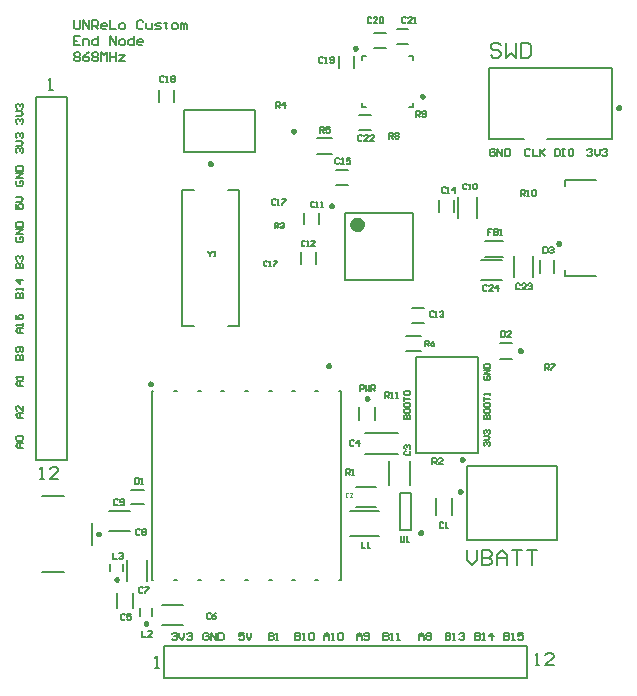
<source format=gto>
%FSTAX23Y23*%
%MOIN*%
%SFA1B1*%

%IPPOS*%
%ADD10C,0.010000*%
%ADD11C,0.009843*%
%ADD12C,0.023622*%
%ADD13C,0.007874*%
%ADD14C,0.005000*%
%ADD15C,0.002756*%
%ADD16C,0.007000*%
%ADD17C,0.008000*%
%ADD18C,0.006000*%
%LNunrelo_end_node_pcb-1*%
%LPD*%
G54D10*
X-00542Y-00125D02*
D01*
X-00542Y-00125*
X-00542Y-00125*
X-00542Y-00124*
X-00542Y-00124*
X-00542Y-00124*
X-00542Y-00123*
X-00542Y-00123*
X-00543Y-00123*
X-00543Y-00123*
X-00543Y-00122*
X-00543Y-00122*
X-00543Y-00122*
X-00544Y-00122*
X-00544Y-00121*
X-00544Y-00121*
X-00545Y-00121*
X-00545Y-00121*
X-00545Y-00121*
X-00546Y-00121*
X-00546Y-00121*
X-00546Y-00121*
X-00547Y-0012*
X-00547*
X-00547Y-00121*
X-00548Y-00121*
X-00548Y-00121*
X-00548Y-00121*
X-00549Y-00121*
X-00549Y-00121*
X-00549Y-00121*
X-0055Y-00121*
X-0055Y-00122*
X-0055Y-00122*
X-0055Y-00122*
X-00551Y-00122*
X-00551Y-00123*
X-00551Y-00123*
X-00551Y-00123*
X-00551Y-00123*
X-00551Y-00124*
X-00552Y-00124*
X-00552Y-00124*
X-00552Y-00125*
X-00552Y-00125*
X-00552Y-00125*
X-00552Y-00126*
X-00552Y-00126*
X-00552Y-00127*
X-00552Y-00127*
X-00551Y-00127*
X-00551Y-00128*
X-00551Y-00128*
X-00551Y-00128*
X-00551Y-00128*
X-00551Y-00129*
X-0055Y-00129*
X-0055Y-00129*
X-0055Y-00129*
X-0055Y-0013*
X-00549Y-0013*
X-00549Y-0013*
X-00549Y-0013*
X-00548Y-0013*
X-00548Y-0013*
X-00548Y-0013*
X-00547Y-0013*
X-00547Y-0013*
X-00547*
X-00546Y-0013*
X-00546Y-0013*
X-00546Y-0013*
X-00545Y-0013*
X-00545Y-0013*
X-00545Y-0013*
X-00544Y-0013*
X-00544Y-0013*
X-00544Y-00129*
X-00543Y-00129*
X-00543Y-00129*
X-00543Y-00129*
X-00543Y-00128*
X-00543Y-00128*
X-00542Y-00128*
X-00542Y-00128*
X-00542Y-00127*
X-00542Y-00127*
X-00542Y-00127*
X-00542Y-00126*
X-00542Y-00126*
X-00542Y-00125*
X-00341Y0061D02*
D01*
X-00341Y0061*
X-00341Y0061*
X-00341Y00611*
X-00341Y00611*
X-00341Y00611*
X-00341Y00612*
X-00342Y00612*
X-00342Y00612*
X-00342Y00613*
X-00342Y00613*
X-00342Y00613*
X-00343Y00613*
X-00343Y00614*
X-00343Y00614*
X-00343Y00614*
X-00344Y00614*
X-00344Y00614*
X-00344Y00614*
X-00345Y00615*
X-00345Y00615*
X-00345Y00615*
X-00346Y00615*
X-00346*
X-00346Y00615*
X-00347Y00615*
X-00347Y00615*
X-00348Y00614*
X-00348Y00614*
X-00348Y00614*
X-00348Y00614*
X-00349Y00614*
X-00349Y00614*
X-00349Y00613*
X-0035Y00613*
X-0035Y00613*
X-0035Y00613*
X-0035Y00612*
X-0035Y00612*
X-00351Y00612*
X-00351Y00611*
X-00351Y00611*
X-00351Y00611*
X-00351Y0061*
X-00351Y0061*
X-00351Y0061*
X-00351Y00609*
X-00351Y00609*
X-00351Y00609*
X-00351Y00608*
X-00351Y00608*
X-00351Y00608*
X-0035Y00607*
X-0035Y00607*
X-0035Y00607*
X-0035Y00607*
X-0035Y00606*
X-00349Y00606*
X-00349Y00606*
X-00349Y00606*
X-00348Y00605*
X-00348Y00605*
X-00348Y00605*
X-00348Y00605*
X-00347Y00605*
X-00347Y00605*
X-00346Y00605*
X-00346Y00605*
X-00346*
X-00345Y00605*
X-00345Y00605*
X-00345Y00605*
X-00344Y00605*
X-00344Y00605*
X-00344Y00605*
X-00343Y00605*
X-00343Y00606*
X-00343Y00606*
X-00343Y00606*
X-00342Y00606*
X-00342Y00607*
X-00342Y00607*
X-00342Y00607*
X-00342Y00607*
X-00341Y00608*
X-00341Y00608*
X-00341Y00608*
X-00341Y00609*
X-00341Y00609*
X-00341Y00609*
X-00341Y0061*
X00142Y00994D02*
D01*
X00142Y00994*
X00142Y00994*
X00142Y00995*
X00142Y00995*
X00142Y00995*
X00142Y00996*
X00142Y00996*
X00142Y00996*
X00141Y00997*
X00141Y00997*
X00141Y00997*
X00141Y00997*
X00141Y00998*
X0014Y00998*
X0014Y00998*
X0014Y00998*
X00139Y00998*
X00139Y00998*
X00139Y00998*
X00138Y00999*
X00138Y00999*
X00138Y00999*
X00137*
X00137Y00999*
X00137Y00999*
X00136Y00998*
X00136Y00998*
X00136Y00998*
X00135Y00998*
X00135Y00998*
X00135Y00998*
X00134Y00998*
X00134Y00997*
X00134Y00997*
X00134Y00997*
X00133Y00997*
X00133Y00996*
X00133Y00996*
X00133Y00996*
X00133Y00995*
X00133Y00995*
X00133Y00995*
X00133Y00994*
X00132Y00994*
X00132Y00994*
X00132Y00993*
X00133Y00993*
X00133Y00993*
X00133Y00992*
X00133Y00992*
X00133Y00992*
X00133Y00991*
X00133Y00991*
X00133Y00991*
X00134Y0099*
X00134Y0099*
X00134Y0099*
X00134Y0099*
X00135Y00989*
X00135Y00989*
X00135Y00989*
X00136Y00989*
X00136Y00989*
X00136Y00989*
X00137Y00989*
X00137Y00989*
X00137Y00989*
X00138*
X00138Y00989*
X00138Y00989*
X00139Y00989*
X00139Y00989*
X00139Y00989*
X0014Y00989*
X0014Y00989*
X0014Y00989*
X00141Y0099*
X00141Y0099*
X00141Y0099*
X00141Y0099*
X00141Y00991*
X00142Y00991*
X00142Y00991*
X00142Y00992*
X00142Y00992*
X00142Y00992*
X00142Y00993*
X00142Y00993*
X00142Y00993*
X00142Y00994*
G54D11*
X00054Y-00064D02*
D01*
X00054Y-00064*
X00054Y-00064*
X00054Y-00063*
X00053Y-00063*
X00053Y-00063*
X00053Y-00062*
X00053Y-00062*
X00053Y-00062*
X00053Y-00062*
X00052Y-00061*
X00052Y-00061*
X00052Y-00061*
X00052Y-00061*
X00051Y-0006*
X00051Y-0006*
X00051Y-0006*
X00051Y-0006*
X0005Y-0006*
X0005Y-0006*
X0005Y-0006*
X00049Y-0006*
X00049Y-0006*
X00049*
X00048Y-0006*
X00048Y-0006*
X00048Y-0006*
X00047Y-0006*
X00047Y-0006*
X00047Y-0006*
X00046Y-0006*
X00046Y-0006*
X00046Y-00061*
X00045Y-00061*
X00045Y-00061*
X00045Y-00061*
X00045Y-00062*
X00045Y-00062*
X00044Y-00062*
X00044Y-00062*
X00044Y-00063*
X00044Y-00063*
X00044Y-00063*
X00044Y-00064*
X00044Y-00064*
X00044Y-00064*
X00044Y-00065*
X00044Y-00065*
X00044Y-00065*
X00044Y-00066*
X00044Y-00066*
X00044Y-00066*
X00044Y-00067*
X00045Y-00067*
X00045Y-00067*
X00045Y-00068*
X00045Y-00068*
X00045Y-00068*
X00046Y-00068*
X00046Y-00069*
X00046Y-00069*
X00047Y-00069*
X00047Y-00069*
X00047Y-00069*
X00048Y-00069*
X00048Y-00069*
X00048Y-00069*
X00049Y-00069*
X00049*
X00049Y-00069*
X0005Y-00069*
X0005Y-00069*
X0005Y-00069*
X00051Y-00069*
X00051Y-00069*
X00051Y-00069*
X00051Y-00069*
X00052Y-00068*
X00052Y-00068*
X00052Y-00068*
X00052Y-00068*
X00053Y-00067*
X00053Y-00067*
X00053Y-00067*
X00053Y-00066*
X00053Y-00066*
X00053Y-00066*
X00054Y-00065*
X00054Y-00065*
X00054Y-00065*
X00054Y-00064*
X00365Y00834D02*
D01*
X00365Y00834*
X00365Y00835*
X00365Y00835*
X00364Y00836*
X00364Y00836*
X00364Y00836*
X00364Y00836*
X00364Y00837*
X00364Y00837*
X00364Y00837*
X00363Y00838*
X00363Y00838*
X00363Y00838*
X00362Y00838*
X00362Y00838*
X00362Y00839*
X00362Y00839*
X00361Y00839*
X00361Y00839*
X00361Y00839*
X0036Y00839*
X0036Y00839*
X0036*
X00359Y00839*
X00359Y00839*
X00359Y00839*
X00358Y00839*
X00358Y00839*
X00358Y00839*
X00357Y00838*
X00357Y00838*
X00357Y00838*
X00356Y00838*
X00356Y00838*
X00356Y00837*
X00356Y00837*
X00356Y00837*
X00355Y00836*
X00355Y00836*
X00355Y00836*
X00355Y00836*
X00355Y00835*
X00355Y00835*
X00355Y00834*
X00355Y00834*
X00355Y00834*
X00355Y00833*
X00355Y00833*
X00355Y00833*
X00355Y00832*
X00355Y00832*
X00355Y00832*
X00356Y00832*
X00356Y00831*
X00356Y00831*
X00356Y00831*
X00356Y0083*
X00357Y0083*
X00357Y0083*
X00357Y0083*
X00358Y0083*
X00358Y0083*
X00358Y00829*
X00359Y00829*
X00359Y00829*
X00359Y00829*
X0036Y00829*
X0036*
X0036Y00829*
X00361Y00829*
X00361Y00829*
X00361Y00829*
X00362Y0083*
X00362Y0083*
X00362Y0083*
X00362Y0083*
X00363Y0083*
X00363Y0083*
X00363Y00831*
X00364Y00831*
X00364Y00831*
X00364Y00832*
X00364Y00832*
X00364Y00832*
X00364Y00832*
X00364Y00833*
X00365Y00833*
X00365Y00833*
X00365Y00834*
X00365Y00834*
X00062Y00469D02*
D01*
X00062Y00469*
X00062Y0047*
X00062Y0047*
X00062Y0047*
X00062Y00471*
X00062Y00471*
X00062Y00471*
X00062Y00472*
X00062Y00472*
X00061Y00472*
X00061Y00472*
X00061Y00473*
X00061Y00473*
X0006Y00473*
X0006Y00473*
X0006Y00473*
X00059Y00474*
X00059Y00474*
X00059Y00474*
X00058Y00474*
X00058Y00474*
X00058Y00474*
X00057*
X00057Y00474*
X00057Y00474*
X00056Y00474*
X00056Y00474*
X00056Y00474*
X00055Y00473*
X00055Y00473*
X00055Y00473*
X00055Y00473*
X00054Y00473*
X00054Y00472*
X00054Y00472*
X00054Y00472*
X00053Y00472*
X00053Y00471*
X00053Y00471*
X00053Y00471*
X00053Y0047*
X00053Y0047*
X00053Y0047*
X00053Y00469*
X00053Y00469*
X00053Y00469*
X00053Y00468*
X00053Y00468*
X00053Y00468*
X00053Y00467*
X00053Y00467*
X00053Y00467*
X00053Y00466*
X00054Y00466*
X00054Y00466*
X00054Y00466*
X00054Y00465*
X00055Y00465*
X00055Y00465*
X00055Y00465*
X00055Y00465*
X00056Y00464*
X00056Y00464*
X00056Y00464*
X00057Y00464*
X00057Y00464*
X00057Y00464*
X00058*
X00058Y00464*
X00058Y00464*
X00059Y00464*
X00059Y00464*
X00059Y00464*
X0006Y00465*
X0006Y00465*
X0006Y00465*
X00061Y00465*
X00061Y00465*
X00061Y00466*
X00061Y00466*
X00062Y00466*
X00062Y00466*
X00062Y00467*
X00062Y00467*
X00062Y00467*
X00062Y00468*
X00062Y00468*
X00062Y00468*
X00062Y00469*
X00062Y00469*
X00492Y-00483D02*
D01*
X00492Y-00482*
X00492Y-00482*
X00492Y-00482*
X00491Y-00481*
X00491Y-00481*
X00491Y-00481*
X00491Y-0048*
X00491Y-0048*
X00491Y-0048*
X0049Y-0048*
X0049Y-00479*
X0049Y-00479*
X0049Y-00479*
X00489Y-00479*
X00489Y-00479*
X00489Y-00478*
X00489Y-00478*
X00488Y-00478*
X00488Y-00478*
X00488Y-00478*
X00487Y-00478*
X00487Y-00478*
X00487*
X00486Y-00478*
X00486Y-00478*
X00486Y-00478*
X00485Y-00478*
X00485Y-00478*
X00485Y-00478*
X00484Y-00479*
X00484Y-00479*
X00484Y-00479*
X00483Y-00479*
X00483Y-00479*
X00483Y-0048*
X00483Y-0048*
X00483Y-0048*
X00482Y-0048*
X00482Y-00481*
X00482Y-00481*
X00482Y-00481*
X00482Y-00482*
X00482Y-00482*
X00482Y-00482*
X00482Y-00483*
X00482Y-00483*
X00482Y-00483*
X00482Y-00484*
X00482Y-00484*
X00482Y-00484*
X00482Y-00485*
X00482Y-00485*
X00483Y-00485*
X00483Y-00486*
X00483Y-00486*
X00483Y-00486*
X00483Y-00486*
X00484Y-00487*
X00484Y-00487*
X00484Y-00487*
X00485Y-00487*
X00485Y-00487*
X00485Y-00487*
X00486Y-00488*
X00486Y-00488*
X00486Y-00488*
X00487Y-00488*
X00487*
X00487Y-00488*
X00488Y-00488*
X00488Y-00488*
X00488Y-00487*
X00489Y-00487*
X00489Y-00487*
X00489Y-00487*
X00489Y-00487*
X0049Y-00487*
X0049Y-00486*
X0049Y-00486*
X0049Y-00486*
X00491Y-00486*
X00491Y-00485*
X00491Y-00485*
X00491Y-00485*
X00491Y-00484*
X00491Y-00484*
X00492Y-00484*
X00492Y-00483*
X00492Y-00483*
X00492Y-00483*
X0082Y00343D02*
D01*
X0082Y00343*
X0082Y00344*
X0082Y00344*
X0082Y00344*
X00819Y00345*
X00819Y00345*
X00819Y00345*
X00819Y00346*
X00819Y00346*
X00819Y00346*
X00818Y00346*
X00818Y00347*
X00818Y00347*
X00818Y00347*
X00817Y00347*
X00817Y00347*
X00817Y00348*
X00816Y00348*
X00816Y00348*
X00816Y00348*
X00815Y00348*
X00815Y00348*
X00815*
X00814Y00348*
X00814Y00348*
X00814Y00348*
X00813Y00348*
X00813Y00348*
X00813Y00347*
X00812Y00347*
X00812Y00347*
X00812Y00347*
X00812Y00347*
X00811Y00346*
X00811Y00346*
X00811Y00346*
X00811Y00346*
X00811Y00345*
X0081Y00345*
X0081Y00345*
X0081Y00344*
X0081Y00344*
X0081Y00344*
X0081Y00343*
X0081Y00343*
X0081Y00343*
X0081Y00342*
X0081Y00342*
X0081Y00342*
X0081Y00341*
X0081Y00341*
X00811Y00341*
X00811Y0034*
X00811Y0034*
X00811Y0034*
X00811Y0034*
X00812Y00339*
X00812Y00339*
X00812Y00339*
X00812Y00339*
X00813Y00339*
X00813Y00338*
X00813Y00338*
X00814Y00338*
X00814Y00338*
X00814Y00338*
X00815Y00338*
X00815*
X00815Y00338*
X00816Y00338*
X00816Y00338*
X00816Y00338*
X00817Y00338*
X00817Y00339*
X00817Y00339*
X00818Y00339*
X00818Y00339*
X00818Y00339*
X00818Y0034*
X00819Y0034*
X00819Y0034*
X00819Y0034*
X00819Y00341*
X00819Y00341*
X00819Y00341*
X0082Y00342*
X0082Y00342*
X0082Y00342*
X0082Y00343*
X0082Y00343*
X00498Y-00377D02*
D01*
X00498Y-00377*
X00498Y-00377*
X00498Y-00376*
X00498Y-00376*
X00498Y-00376*
X00498Y-00375*
X00498Y-00375*
X00497Y-00375*
X00497Y-00374*
X00497Y-00374*
X00497Y-00374*
X00496Y-00374*
X00496Y-00373*
X00496Y-00373*
X00496Y-00373*
X00495Y-00373*
X00495Y-00373*
X00495Y-00373*
X00494Y-00372*
X00494Y-00372*
X00494Y-00372*
X00493Y-00372*
X00493*
X00493Y-00372*
X00492Y-00372*
X00492Y-00372*
X00492Y-00373*
X00491Y-00373*
X00491Y-00373*
X00491Y-00373*
X0049Y-00373*
X0049Y-00373*
X0049Y-00374*
X0049Y-00374*
X00489Y-00374*
X00489Y-00374*
X00489Y-00375*
X00489Y-00375*
X00489Y-00375*
X00489Y-00376*
X00488Y-00376*
X00488Y-00376*
X00488Y-00377*
X00488Y-00377*
X00488Y-00377*
X00488Y-00378*
X00488Y-00378*
X00488Y-00378*
X00488Y-00379*
X00489Y-00379*
X00489Y-00379*
X00489Y-0038*
X00489Y-0038*
X00489Y-0038*
X00489Y-0038*
X0049Y-00381*
X0049Y-00381*
X0049Y-00381*
X0049Y-00381*
X00491Y-00382*
X00491Y-00382*
X00491Y-00382*
X00492Y-00382*
X00492Y-00382*
X00492Y-00382*
X00493Y-00382*
X00493Y-00382*
X00493*
X00494Y-00382*
X00494Y-00382*
X00494Y-00382*
X00495Y-00382*
X00495Y-00382*
X00495Y-00382*
X00496Y-00382*
X00496Y-00381*
X00496Y-00381*
X00496Y-00381*
X00497Y-00381*
X00497Y-0038*
X00497Y-0038*
X00497Y-0038*
X00498Y-0038*
X00498Y-00379*
X00498Y-00379*
X00498Y-00379*
X00498Y-00378*
X00498Y-00378*
X00498Y-00378*
X00498Y-00377*
X00692Y-00014D02*
D01*
X00692Y-00014*
X00692Y-00014*
X00692Y-00013*
X00692Y-00013*
X00692Y-00013*
X00692Y-00012*
X00692Y-00012*
X00692Y-00012*
X00691Y-00011*
X00691Y-00011*
X00691Y-00011*
X00691Y-00011*
X00691Y-0001*
X0069Y-0001*
X0069Y-0001*
X0069Y-0001*
X00689Y-0001*
X00689Y-0001*
X00689Y-00009*
X00688Y-00009*
X00688Y-00009*
X00688Y-00009*
X00687*
X00687Y-00009*
X00687Y-00009*
X00686Y-00009*
X00686Y-0001*
X00686Y-0001*
X00685Y-0001*
X00685Y-0001*
X00685Y-0001*
X00684Y-0001*
X00684Y-00011*
X00684Y-00011*
X00684Y-00011*
X00684Y-00011*
X00683Y-00012*
X00683Y-00012*
X00683Y-00012*
X00683Y-00013*
X00683Y-00013*
X00683Y-00013*
X00683Y-00014*
X00683Y-00014*
X00683Y-00014*
X00683Y-00015*
X00683Y-00015*
X00683Y-00015*
X00683Y-00016*
X00683Y-00016*
X00683Y-00016*
X00683Y-00017*
X00683Y-00017*
X00684Y-00017*
X00684Y-00017*
X00684Y-00018*
X00684Y-00018*
X00684Y-00018*
X00685Y-00018*
X00685Y-00019*
X00685Y-00019*
X00686Y-00019*
X00686Y-00019*
X00686Y-00019*
X00687Y-00019*
X00687Y-00019*
X00687Y-00019*
X00688*
X00688Y-00019*
X00688Y-00019*
X00689Y-00019*
X00689Y-00019*
X00689Y-00019*
X0069Y-00019*
X0069Y-00019*
X0069Y-00018*
X00691Y-00018*
X00691Y-00018*
X00691Y-00018*
X00691Y-00017*
X00691Y-00017*
X00692Y-00017*
X00692Y-00017*
X00692Y-00016*
X00692Y-00016*
X00692Y-00016*
X00692Y-00015*
X00692Y-00015*
X00692Y-00015*
X00692Y-00014*
X-00064Y00718D02*
D01*
X-00064Y00718*
X-00064Y00719*
X-00064Y00719*
X-00064Y00719*
X-00064Y0072*
X-00064Y0072*
X-00064Y0072*
X-00064Y00721*
X-00065Y00721*
X-00065Y00721*
X-00065Y00721*
X-00065Y00722*
X-00066Y00722*
X-00066Y00722*
X-00066Y00722*
X-00066Y00722*
X-00067Y00723*
X-00067Y00723*
X-00067Y00723*
X-00068Y00723*
X-00068Y00723*
X-00068Y00723*
X-00069*
X-00069Y00723*
X-00069Y00723*
X-0007Y00723*
X-0007Y00723*
X-0007Y00723*
X-00071Y00722*
X-00071Y00722*
X-00071Y00722*
X-00072Y00722*
X-00072Y00722*
X-00072Y00721*
X-00072Y00721*
X-00073Y00721*
X-00073Y00721*
X-00073Y0072*
X-00073Y0072*
X-00073Y0072*
X-00073Y00719*
X-00073Y00719*
X-00073Y00719*
X-00074Y00718*
X-00074Y00718*
X-00074Y00718*
X-00073Y00717*
X-00073Y00717*
X-00073Y00717*
X-00073Y00716*
X-00073Y00716*
X-00073Y00716*
X-00073Y00715*
X-00073Y00715*
X-00072Y00715*
X-00072Y00715*
X-00072Y00714*
X-00072Y00714*
X-00071Y00714*
X-00071Y00714*
X-00071Y00714*
X-0007Y00713*
X-0007Y00713*
X-0007Y00713*
X-00069Y00713*
X-00069Y00713*
X-00069Y00713*
X-00068*
X-00068Y00713*
X-00068Y00713*
X-00067Y00713*
X-00067Y00713*
X-00067Y00713*
X-00066Y00714*
X-00066Y00714*
X-00066Y00714*
X-00066Y00714*
X-00065Y00714*
X-00065Y00715*
X-00065Y00715*
X-00065Y00715*
X-00064Y00715*
X-00064Y00716*
X-00064Y00716*
X-00064Y00716*
X-00064Y00717*
X-00064Y00717*
X-00064Y00717*
X-00064Y00718*
X-00064Y00718*
X-00654Y-00777D02*
D01*
X-00654Y-00777*
X-00654Y-00776*
X-00654Y-00776*
X-00654Y-00776*
X-00654Y-00775*
X-00654Y-00775*
X-00655Y-00775*
X-00655Y-00774*
X-00655Y-00774*
X-00655Y-00774*
X-00655Y-00774*
X-00656Y-00773*
X-00656Y-00773*
X-00656Y-00773*
X-00656Y-00773*
X-00657Y-00773*
X-00657Y-00772*
X-00657Y-00772*
X-00658Y-00772*
X-00658Y-00772*
X-00658Y-00772*
X-00659Y-00772*
X-00659*
X-00659Y-00772*
X-0066Y-00772*
X-0066Y-00772*
X-0066Y-00772*
X-00661Y-00772*
X-00661Y-00773*
X-00661Y-00773*
X-00662Y-00773*
X-00662Y-00773*
X-00662Y-00773*
X-00662Y-00774*
X-00663Y-00774*
X-00663Y-00774*
X-00663Y-00774*
X-00663Y-00775*
X-00663Y-00775*
X-00664Y-00775*
X-00664Y-00776*
X-00664Y-00776*
X-00664Y-00776*
X-00664Y-00777*
X-00664Y-00777*
X-00664Y-00777*
X-00664Y-00778*
X-00664Y-00778*
X-00664Y-00778*
X-00664Y-00779*
X-00663Y-00779*
X-00663Y-00779*
X-00663Y-0078*
X-00663Y-0078*
X-00663Y-0078*
X-00662Y-0078*
X-00662Y-00781*
X-00662Y-00781*
X-00662Y-00781*
X-00661Y-00781*
X-00661Y-00781*
X-00661Y-00782*
X-0066Y-00782*
X-0066Y-00782*
X-0066Y-00782*
X-00659Y-00782*
X-00659Y-00782*
X-00659*
X-00658Y-00782*
X-00658Y-00782*
X-00658Y-00782*
X-00657Y-00782*
X-00657Y-00782*
X-00657Y-00781*
X-00656Y-00781*
X-00656Y-00781*
X-00656Y-00781*
X-00656Y-00781*
X-00655Y-0078*
X-00655Y-0078*
X-00655Y-0078*
X-00655Y-0078*
X-00655Y-00779*
X-00654Y-00779*
X-00654Y-00779*
X-00654Y-00778*
X-00654Y-00778*
X-00654Y-00778*
X-00654Y-00777*
X-00654Y-00777*
X-00556Y-00925D02*
D01*
X-00556Y-00924*
X-00556Y-00924*
X-00556Y-00924*
X-00556Y-00923*
X-00556Y-00923*
X-00556Y-00923*
X-00556Y-00922*
X-00556Y-00922*
X-00557Y-00922*
X-00557Y-00922*
X-00557Y-00921*
X-00557Y-00921*
X-00557Y-00921*
X-00558Y-00921*
X-00558Y-0092*
X-00558Y-0092*
X-00559Y-0092*
X-00559Y-0092*
X-00559Y-0092*
X-0056Y-0092*
X-0056Y-0092*
X-0056Y-0092*
X-00561*
X-00561Y-0092*
X-00561Y-0092*
X-00562Y-0092*
X-00562Y-0092*
X-00562Y-0092*
X-00563Y-0092*
X-00563Y-0092*
X-00563Y-00921*
X-00564Y-00921*
X-00564Y-00921*
X-00564Y-00921*
X-00564Y-00922*
X-00565Y-00922*
X-00565Y-00922*
X-00565Y-00922*
X-00565Y-00923*
X-00565Y-00923*
X-00565Y-00923*
X-00565Y-00924*
X-00565Y-00924*
X-00565Y-00924*
X-00565Y-00925*
X-00565Y-00925*
X-00565Y-00925*
X-00565Y-00926*
X-00565Y-00926*
X-00565Y-00926*
X-00565Y-00927*
X-00565Y-00927*
X-00565Y-00927*
X-00565Y-00928*
X-00564Y-00928*
X-00564Y-00928*
X-00564Y-00928*
X-00564Y-00929*
X-00563Y-00929*
X-00563Y-00929*
X-00563Y-00929*
X-00562Y-00929*
X-00562Y-00929*
X-00562Y-00929*
X-00561Y-0093*
X-00561Y-0093*
X-00561Y-0093*
X-0056*
X-0056Y-0093*
X-0056Y-0093*
X-00559Y-00929*
X-00559Y-00929*
X-00559Y-00929*
X-00558Y-00929*
X-00558Y-00929*
X-00558Y-00929*
X-00557Y-00929*
X-00557Y-00928*
X-00557Y-00928*
X-00557Y-00928*
X-00557Y-00928*
X-00556Y-00927*
X-00556Y-00927*
X-00556Y-00927*
X-00556Y-00926*
X-00556Y-00926*
X-00556Y-00926*
X-00556Y-00925*
X-00556Y-00925*
X-00556Y-00925*
X0036Y-00621D02*
D01*
X0036Y-0062*
X0036Y-0062*
X0036Y-0062*
X0036Y-00619*
X00359Y-00619*
X00359Y-00619*
X00359Y-00618*
X00359Y-00618*
X00359Y-00618*
X00359Y-00617*
X00358Y-00617*
X00358Y-00617*
X00358Y-00617*
X00358Y-00616*
X00357Y-00616*
X00357Y-00616*
X00357Y-00616*
X00356Y-00616*
X00356Y-00616*
X00356Y-00616*
X00355Y-00616*
X00355Y-00616*
X00355*
X00354Y-00616*
X00354Y-00616*
X00354Y-00616*
X00353Y-00616*
X00353Y-00616*
X00353Y-00616*
X00352Y-00616*
X00352Y-00616*
X00352Y-00617*
X00352Y-00617*
X00351Y-00617*
X00351Y-00617*
X00351Y-00618*
X00351Y-00618*
X0035Y-00618*
X0035Y-00619*
X0035Y-00619*
X0035Y-00619*
X0035Y-0062*
X0035Y-0062*
X0035Y-0062*
X0035Y-00621*
X0035Y-00621*
X0035Y-00621*
X0035Y-00622*
X0035Y-00622*
X0035Y-00622*
X0035Y-00623*
X0035Y-00623*
X00351Y-00623*
X00351Y-00623*
X00351Y-00624*
X00351Y-00624*
X00352Y-00624*
X00352Y-00624*
X00352Y-00625*
X00352Y-00625*
X00353Y-00625*
X00353Y-00625*
X00353Y-00625*
X00354Y-00625*
X00354Y-00625*
X00354Y-00625*
X00355Y-00625*
X00355*
X00355Y-00625*
X00356Y-00625*
X00356Y-00625*
X00356Y-00625*
X00357Y-00625*
X00357Y-00625*
X00357Y-00625*
X00358Y-00625*
X00358Y-00624*
X00358Y-00624*
X00358Y-00624*
X00359Y-00624*
X00359Y-00623*
X00359Y-00623*
X00359Y-00623*
X00359Y-00623*
X00359Y-00622*
X0036Y-00622*
X0036Y-00622*
X0036Y-00621*
X0036Y-00621*
X0036Y-00621*
X00182Y-00175D02*
D01*
X00182Y-00174*
X00182Y-00174*
X00181Y-00174*
X00181Y-00173*
X00181Y-00173*
X00181Y-00173*
X00181Y-00172*
X00181Y-00172*
X00181Y-00172*
X0018Y-00172*
X0018Y-00171*
X0018Y-00171*
X0018Y-00171*
X00179Y-00171*
X00179Y-0017*
X00179Y-0017*
X00179Y-0017*
X00178Y-0017*
X00178Y-0017*
X00178Y-0017*
X00177Y-0017*
X00177Y-0017*
X00176*
X00176Y-0017*
X00176Y-0017*
X00175Y-0017*
X00175Y-0017*
X00175Y-0017*
X00175Y-0017*
X00174Y-0017*
X00174Y-00171*
X00174Y-00171*
X00173Y-00171*
X00173Y-00171*
X00173Y-00172*
X00173Y-00172*
X00172Y-00172*
X00172Y-00172*
X00172Y-00173*
X00172Y-00173*
X00172Y-00173*
X00172Y-00174*
X00172Y-00174*
X00172Y-00174*
X00172Y-00175*
X00172Y-00175*
X00172Y-00175*
X00172Y-00176*
X00172Y-00176*
X00172Y-00176*
X00172Y-00177*
X00172Y-00177*
X00172Y-00177*
X00173Y-00178*
X00173Y-00178*
X00173Y-00178*
X00173Y-00178*
X00174Y-00179*
X00174Y-00179*
X00174Y-00179*
X00175Y-00179*
X00175Y-00179*
X00175Y-00179*
X00175Y-00179*
X00176Y-0018*
X00176Y-0018*
X00176Y-0018*
X00177*
X00177Y-0018*
X00178Y-0018*
X00178Y-00179*
X00178Y-00179*
X00179Y-00179*
X00179Y-00179*
X00179Y-00179*
X00179Y-00179*
X0018Y-00179*
X0018Y-00178*
X0018Y-00178*
X0018Y-00178*
X00181Y-00178*
X00181Y-00177*
X00181Y-00177*
X00181Y-00177*
X00181Y-00176*
X00181Y-00176*
X00181Y-00176*
X00182Y-00175*
X00182Y-00175*
X00182Y-00175*
X01021Y00795D02*
D01*
X01021Y00796*
X01021Y00796*
X01021Y00796*
X01021Y00797*
X01021Y00797*
X01021Y00797*
X0102Y00797*
X0102Y00798*
X0102Y00798*
X0102Y00798*
X0102Y00799*
X01019Y00799*
X01019Y00799*
X01019Y00799*
X01018Y00799*
X01018Y008*
X01018Y008*
X01018Y008*
X01017Y008*
X01017Y008*
X01017Y008*
X01016Y008*
X01016*
X01016Y008*
X01015Y008*
X01015Y008*
X01015Y008*
X01014Y008*
X01014Y008*
X01014Y00799*
X01013Y00799*
X01013Y00799*
X01013Y00799*
X01012Y00799*
X01012Y00798*
X01012Y00798*
X01012Y00798*
X01012Y00797*
X01012Y00797*
X01011Y00797*
X01011Y00797*
X01011Y00796*
X01011Y00796*
X01011Y00796*
X01011Y00795*
X01011Y00795*
X01011Y00794*
X01011Y00794*
X01011Y00794*
X01011Y00793*
X01012Y00793*
X01012Y00793*
X01012Y00793*
X01012Y00792*
X01012Y00792*
X01012Y00792*
X01013Y00792*
X01013Y00791*
X01013Y00791*
X01014Y00791*
X01014Y00791*
X01014Y00791*
X01015Y0079*
X01015Y0079*
X01015Y0079*
X01016Y0079*
X01016Y0079*
X01016*
X01017Y0079*
X01017Y0079*
X01017Y0079*
X01018Y0079*
X01018Y00791*
X01018Y00791*
X01018Y00791*
X01019Y00791*
X01019Y00791*
X01019Y00792*
X0102Y00792*
X0102Y00792*
X0102Y00792*
X0102Y00793*
X0102Y00793*
X01021Y00793*
X01021Y00793*
X01021Y00794*
X01021Y00794*
X01021Y00794*
X01021Y00795*
X01021Y00795*
X-00715Y-00625D02*
D01*
X-00715Y-00625*
X-00715Y-00625*
X-00715Y-00624*
X-00715Y-00624*
X-00715Y-00624*
X-00715Y-00623*
X-00716Y-00623*
X-00716Y-00623*
X-00716Y-00623*
X-00716Y-00622*
X-00716Y-00622*
X-00717Y-00622*
X-00717Y-00622*
X-00717Y-00621*
X-00718Y-00621*
X-00718Y-00621*
X-00718Y-00621*
X-00718Y-00621*
X-00719Y-00621*
X-00719Y-00621*
X-00719Y-00621*
X-0072Y-00621*
X-0072*
X-0072Y-00621*
X-00721Y-00621*
X-00721Y-00621*
X-00721Y-00621*
X-00722Y-00621*
X-00722Y-00621*
X-00722Y-00621*
X-00723Y-00621*
X-00723Y-00622*
X-00723Y-00622*
X-00724Y-00622*
X-00724Y-00622*
X-00724Y-00623*
X-00724Y-00623*
X-00724Y-00623*
X-00724Y-00623*
X-00725Y-00624*
X-00725Y-00624*
X-00725Y-00624*
X-00725Y-00625*
X-00725Y-00625*
X-00725Y-00625*
X-00725Y-00626*
X-00725Y-00626*
X-00725Y-00627*
X-00725Y-00627*
X-00725Y-00627*
X-00724Y-00627*
X-00724Y-00628*
X-00724Y-00628*
X-00724Y-00628*
X-00724Y-00629*
X-00724Y-00629*
X-00723Y-00629*
X-00723Y-00629*
X-00723Y-0063*
X-00722Y-0063*
X-00722Y-0063*
X-00722Y-0063*
X-00721Y-0063*
X-00721Y-0063*
X-00721Y-0063*
X-0072Y-0063*
X-0072Y-0063*
X-0072*
X-00719Y-0063*
X-00719Y-0063*
X-00719Y-0063*
X-00718Y-0063*
X-00718Y-0063*
X-00718Y-0063*
X-00718Y-0063*
X-00717Y-0063*
X-00717Y-00629*
X-00717Y-00629*
X-00716Y-00629*
X-00716Y-00629*
X-00716Y-00628*
X-00716Y-00628*
X-00716Y-00628*
X-00715Y-00627*
X-00715Y-00627*
X-00715Y-00627*
X-00715Y-00627*
X-00715Y-00626*
X-00715Y-00626*
X-00715Y-00625*
G54D12*
X00155Y00407D02*
D01*
X00155Y00408*
X00155Y00409*
X00155Y00409*
X00155Y0041*
X00154Y00411*
X00154Y00412*
X00154Y00413*
X00153Y00413*
X00153Y00414*
X00152Y00415*
X00152Y00415*
X00151Y00416*
X0015Y00416*
X0015Y00417*
X00149Y00417*
X00148Y00418*
X00148Y00418*
X00147Y00418*
X00146Y00418*
X00145Y00419*
X00144Y00419*
X00144Y00419*
X00143*
X00142Y00419*
X00141Y00419*
X0014Y00418*
X0014Y00418*
X00139Y00418*
X00138Y00418*
X00137Y00417*
X00137Y00417*
X00136Y00416*
X00135Y00416*
X00135Y00415*
X00134Y00415*
X00134Y00414*
X00133Y00413*
X00133Y00413*
X00132Y00412*
X00132Y00411*
X00132Y0041*
X00132Y00409*
X00132Y00409*
X00131Y00408*
X00131Y00407*
X00131Y00406*
X00132Y00405*
X00132Y00405*
X00132Y00404*
X00132Y00403*
X00132Y00402*
X00133Y00401*
X00133Y00401*
X00134Y004*
X00134Y00399*
X00135Y00399*
X00135Y00398*
X00136Y00398*
X00137Y00397*
X00137Y00397*
X00138Y00396*
X00139Y00396*
X0014Y00396*
X0014Y00396*
X00141Y00395*
X00142Y00395*
X00143Y00395*
X00144*
X00144Y00395*
X00145Y00395*
X00146Y00396*
X00147Y00396*
X00148Y00396*
X00148Y00396*
X00149Y00397*
X0015Y00397*
X0015Y00398*
X00151Y00398*
X00152Y00399*
X00152Y00399*
X00153Y004*
X00153Y00401*
X00154Y00401*
X00154Y00402*
X00154Y00403*
X00155Y00404*
X00155Y00405*
X00155Y00405*
X00155Y00406*
X00155Y00407*
G54D13*
X00088Y-00777D02*
Y-00147D01*
X-00541Y-00777D02*
X-00536D01*
X-00467D02*
X-00457D01*
X-00388D02*
X-00378D01*
X-0031D02*
X-003D01*
X-00231D02*
X-00221D01*
X-00152D02*
X-00142D01*
X-00073D02*
X-00063D01*
X00004D02*
X00014D01*
X00083D02*
X00088D01*
X-00541D02*
Y-00147D01*
X-00536*
X-00467D02*
X-00457D01*
X-00388D02*
X-00378D01*
X-0031D02*
X-003D01*
X-00231D02*
X-00221D01*
X-00152D02*
X-00142D01*
X-00073D02*
X-00063D01*
X00004D02*
X00014D01*
X00083D02*
X00088D01*
X00326Y00127D02*
X00366D01*
X00326Y00077D02*
X00366D01*
X00328Y00799D02*
Y00812D01*
X00315Y00799D02*
X00328D01*
Y00955D02*
Y00968D01*
X00315D02*
X00328D01*
X00159D02*
X00172D01*
X00159Y00955D02*
Y00968D01*
Y00799D02*
Y00812D01*
Y00799D02*
X00172D01*
X00104Y00222D02*
Y00446D01*
X00328Y00222D02*
Y00446D01*
X00104D02*
X00328D01*
X00104Y00222D02*
X00328D01*
X00083Y00929D02*
Y00968D01*
X00133Y00929D02*
Y00968D01*
X00074Y00587D02*
X00114D01*
X00074Y00537D02*
X00114D01*
X0046Y-00563D02*
Y-00505D01*
X00406Y-00563D02*
Y-00505D01*
X00809Y-00645D02*
Y-00397D01*
X00509Y-00645D02*
X00809D01*
X00509D02*
Y-00397D01*
X00809*
X-00249Y00067D02*
Y00522D01*
X-00439Y00067D02*
X-004D01*
X-00288D02*
X-00249D01*
X-00439D02*
Y00522D01*
X-004*
X-00288D02*
X-00249D01*
X00835Y00236D02*
X0094D01*
X00835Y00554D02*
X0094D01*
X00835Y00536D02*
Y00554D01*
Y00236D02*
Y00254D01*
X-005Y-01106D02*
X00711D01*
X-005D02*
Y-01D01*
X00711*
Y-01106D02*
Y-01D01*
X00339Y-00355D02*
X00547D01*
Y-00035*
X00339D02*
X00547D01*
X00339Y-00355D02*
Y-00035D01*
X-00928Y-00379D02*
Y00832D01*
X-00823*
Y-00379D02*
Y00832D01*
X-00928Y-00379D02*
X-00823D01*
X00666Y00231D02*
Y003D01*
X00731Y00231D02*
Y003D01*
X00801Y00244D02*
Y00287D01*
X00753Y00244D02*
Y00287D01*
X00138Y-00468D02*
X00207D01*
X00138Y-00535D02*
X00207D01*
X00005Y00275D02*
Y00314D01*
X-00044Y00275D02*
Y00314D01*
X00618Y00011D02*
X00659D01*
X00618Y-00041D02*
X00659D01*
X00275Y01058D02*
X00314D01*
X00275Y01008D02*
X00314D01*
X-00034Y00407D02*
Y00446D01*
X00015Y00407D02*
Y00446D01*
X00198Y01046D02*
X00238D01*
X00198Y00996D02*
X00238D01*
X-00433Y00787D02*
X-00196D01*
X-00433Y00649D02*
Y00787D01*
X-00196Y00649D02*
Y00787D01*
X-00433Y00649D02*
X-00196D01*
X-00517Y00816D02*
Y00856D01*
X-00467Y00816D02*
Y00856D01*
X0001Y00642D02*
X0006D01*
X0001Y00695D02*
X0006D01*
X00151Y00773D02*
X0019D01*
X00151Y00723D02*
X0019D01*
X00479Y00428D02*
Y00497D01*
X00544Y00428D02*
Y00497D01*
X00417Y00448D02*
Y00488D01*
X00467Y00448D02*
Y00488D01*
X00571Y00297D02*
X00629D01*
X00571Y00351D02*
X00629D01*
X-00638Y-0075D02*
Y-00726D01*
X-0068Y-0075D02*
Y-00725D01*
X-00656Y-00871D02*
Y-00821D01*
X-00603Y-00871D02*
Y-00821D01*
X-00539Y-00898D02*
Y-00873D01*
X-00581Y-00898D02*
Y-00873D01*
X-00506Y-00862D02*
X-00437D01*
X-00506Y-00929D02*
X-00437D01*
X-00624Y-00782D02*
Y-00713D01*
X-00556Y-00782D02*
Y-00713D01*
X00118Y-00633D02*
X00215D01*
X00118Y-00547D02*
X00215D01*
X-00684Y-00547D02*
X-00615D01*
X-00684Y-00614D02*
X-00615D01*
X-00612Y-00478D02*
X-00568D01*
X-00612Y-00525D02*
X-00568D01*
X00556Y00223D02*
X00625D01*
X00556Y00288D02*
X00625D01*
X00305Y00036D02*
X00355D01*
X00305Y-00016D02*
X00355D01*
X00285Y-00612D02*
X00324D01*
X00285Y-0049D02*
X00324D01*
Y-00612D02*
Y-0049D01*
X00285Y-00612D02*
Y-0049D01*
X00251Y-00462D02*
Y-00383D01*
X00318Y-00462D02*
Y-00383D01*
X00203Y-00245D02*
Y-00203D01*
X0015Y-00245D02*
Y-00203D01*
X00171Y-00289D02*
X00281D01*
X00171Y-0036D02*
X00281D01*
X00583Y00929D02*
X00992D01*
Y00691D02*
Y00929D01*
X00583Y00691D02*
X00698D01*
X00777D02*
X00992D01*
X00583D02*
Y00929D01*
X-00907Y-00753D02*
X-00833D01*
X-00907Y-00498D02*
X-00833D01*
X-00742Y-00662D02*
Y-00588D01*
G54D14*
X00154Y-00148D02*
Y-0013D01*
X00163*
X00166Y-00133*
Y-00139*
X00163Y-00142*
X00154*
X00172Y-0013D02*
Y-00148D01*
X00178Y-00142*
X00184Y-00148*
Y-0013*
X0019Y-00148D02*
Y-0013D01*
X00199*
X00202Y-00133*
Y-00139*
X00199Y-00142*
X0019*
X00196D02*
X00202Y-00148D01*
X00509Y00539D02*
X00506Y00542D01*
X005*
X00497Y00539*
Y00527*
X005Y00524*
X00506*
X00509Y00527*
X00515Y00524D02*
X00521D01*
X00518*
Y00542*
X00515Y00539*
X0053D02*
X00533Y00542D01*
X00539*
X00542Y00539*
Y00527*
X00539Y00524*
X00533*
X0053Y00527*
Y00539*
X00288Y-00632D02*
Y-00649D01*
X00291Y-00652*
X00298*
X00301Y-00649*
Y-00632*
X00308Y-00652D02*
X00315D01*
X00311*
Y-00632*
X00308Y-00635*
X0003Y00962D02*
X00026Y00965D01*
X0002*
X00016Y00962*
Y00949*
X0002Y00945*
X00026*
X0003Y00949*
X00036Y00945D02*
X00043D01*
X0004*
Y00965*
X00036Y00962*
X00053Y00949D02*
X00056Y00945D01*
X00063*
X00066Y00949*
Y00962*
X00063Y00965*
X00056*
X00053Y00962*
Y00959*
X00056Y00955*
X00066*
X00768Y-00077D02*
Y-00057D01*
X00778*
X00782Y-00061*
Y-00067*
X00778Y-00071*
X00768*
X00775D02*
X00782Y-00077D01*
X00788Y-00057D02*
X00802D01*
Y-00061*
X00788Y-00074*
Y-00077*
X00394Y-00392D02*
Y-00372D01*
X00404*
X00408Y-00375*
Y-00382*
X00404Y-00385*
X00394*
X00401D02*
X00408Y-00392D01*
X00428D02*
X00414D01*
X00428Y-00379*
Y-00375*
X00424Y-00372*
X00418*
X00414Y-00375*
X00107Y-00428D02*
Y-00408D01*
X00117*
X0012Y-00411*
Y-00418*
X00117Y-00421*
X00107*
X00114D02*
X0012Y-00428D01*
X00127D02*
X00134D01*
X0013*
Y-00408*
X00127Y-00411*
X00158Y-00652D02*
Y-00672D01*
X00171*
X00178D02*
X00185D01*
X00181*
Y-00652*
X00178Y-00655*
X-0058Y-00612D02*
X-00583Y-00608D01*
X-0059*
X-00593Y-00612*
Y-00625*
X-0059Y-00628*
X-00583*
X-0058Y-00625*
X-00573Y-00612D02*
X-0057Y-00608D01*
X-00563*
X-0056Y-00612*
Y-00615*
X-00563Y-00618*
X-0056Y-00622*
Y-00625*
X-00563Y-00628*
X-0057*
X-00573Y-00625*
Y-00622*
X-0057Y-00618*
X-00573Y-00615*
Y-00612*
X-0057Y-00618D02*
X-00563D01*
X00764Y00332D02*
Y00312D01*
X00774*
X00778Y00315*
Y00328*
X00774Y00332*
X00764*
X00784Y00328D02*
X00788Y00332D01*
X00794*
X00798Y00328*
Y00325*
X00794Y00322*
X00791*
X00794*
X00798Y00318*
Y00315*
X00794Y00312*
X00788*
X00784Y00315*
X00305Y01096D02*
X00302Y01099D01*
X00295*
X00292Y01096*
Y01083*
X00295Y01079*
X00302*
X00305Y01083*
X00325Y01079D02*
X00312D01*
X00325Y01093*
Y01096*
X00322Y01099*
X00315*
X00312Y01096*
X00332Y01079D02*
X00339D01*
X00335*
Y01099*
X00332Y01096*
X0002Y00713D02*
Y00733D01*
X0003*
X00034Y0073*
Y00723*
X0003Y0072*
X0002*
X00027D02*
X00034Y00713D01*
X00054Y00733D02*
X0004D01*
Y00723*
X00047Y00726*
X0005*
X00054Y00723*
Y00716*
X0005Y00713*
X00044*
X0004Y00716*
X00001Y0048D02*
X-00001Y00483D01*
X-00007*
X-0001Y0048*
Y00468*
X-00007Y00465*
X-00001*
X00001Y00468*
X00007Y00465D02*
X00013D01*
X0001*
Y00483*
X00007Y0048*
X00022Y00465D02*
X00028D01*
X00025*
Y00483*
X00022Y0048*
X00339Y00764D02*
Y00784D01*
X00349*
X00352Y00781*
Y00774*
X00349Y00771*
X00339*
X00346D02*
X00352Y00764D01*
X00359Y00768D02*
X00362Y00764D01*
X00369*
X00372Y00768*
Y00781*
X00369Y00784*
X00362*
X00359Y00781*
Y00778*
X00362Y00774*
X00372*
X-00501Y00899D02*
X-00504Y00902D01*
X-00511*
X-00514Y00899*
Y00886*
X-00511Y00882*
X-00504*
X-00501Y00886*
X-00494Y00882D02*
X-00488D01*
X-00491*
Y00902*
X-00494Y00899*
X-00478D02*
X-00474Y00902D01*
X-00468*
X-00464Y00899*
Y00896*
X-00468Y00892*
X-00464Y00889*
Y00886*
X-00468Y00882*
X-00474*
X-00478Y00886*
Y00889*
X-00474Y00892*
X-00478Y00896*
Y00899*
X-00474Y00892D02*
X-00468D01*
X00593Y00391D02*
X00579D01*
Y00381*
X00586*
X00579*
Y00371*
X00599Y00391D02*
Y00371D01*
X00609*
X00613Y00374*
Y00377*
X00609Y00381*
X00599*
X00609*
X00613Y00384*
Y00387*
X00609Y00391*
X00599*
X00619Y00371D02*
X00626D01*
X00623*
Y00391*
X00619Y00387*
X-00597Y-00439D02*
Y-00459D01*
X-00587*
X-00584Y-00456*
Y-00442*
X-00587Y-00439*
X-00597*
X-00577Y-00459D02*
X-0057D01*
X-00574*
Y-00439*
X-00577Y-00442*
X00191Y01096D02*
X00188Y01099D01*
X00181*
X00178Y01096*
Y01083*
X00181Y01079*
X00188*
X00191Y01083*
X00211Y01079D02*
X00198D01*
X00211Y01093*
Y01096*
X00208Y01099*
X00201*
X00198Y01096*
X00218D02*
X00221Y01099D01*
X00228*
X00231Y01096*
Y01083*
X00228Y01079*
X00221*
X00218Y01083*
Y01096*
X-00672Y-00687D02*
Y-00707D01*
X-00658*
X-00652Y-0069D02*
X-00648Y-00687D01*
X-00642*
X-00638Y-0069*
Y-00694*
X-00642Y-00697*
X-00645*
X-00642*
X-00638Y-007*
Y-00704*
X-00642Y-00707*
X-00648*
X-00652Y-00704*
X-00573Y-00947D02*
Y-00967D01*
X-0056*
X-0054D02*
X-00553D01*
X-0054Y-00954*
Y-0095*
X-00543Y-00947*
X-0055*
X-00553Y-0095*
X-00128Y00796D02*
Y00816D01*
X-00118*
X-00115Y00813*
Y00806*
X-00118Y00803*
X-00128*
X-00122D02*
X-00115Y00796D01*
X-00098D02*
Y00816D01*
X-00108Y00806*
X-00095*
X00438Y00527D02*
X00435Y0053D01*
X00429*
X00426Y00527*
Y00515*
X00429Y00512*
X00435*
X00438Y00515*
X00444Y00512D02*
X0045D01*
X00447*
Y0053*
X00444Y00527*
X00468Y00512D02*
Y0053D01*
X00459Y00521*
X00471*
X00237Y-00172D02*
Y-00152D01*
X00247*
X0025Y-00155*
Y-00162*
X00247Y-00165*
X00237*
X00243D02*
X0025Y-00172D01*
X00257D02*
X00263D01*
X0026*
Y-00152*
X00257Y-00155*
X00273Y-00172D02*
X0028D01*
X00277*
Y-00152*
X00273Y-00155*
X00623Y00052D02*
Y00032D01*
X00633*
X00636Y00035*
Y00049*
X00633Y00052*
X00623*
X00656Y00032D02*
X00643D01*
X00656Y00045*
Y00049*
X00653Y00052*
X00646*
X00643Y00049*
X0016Y00702D02*
X00156Y00706D01*
X0015*
X00146Y00702*
Y00689*
X0015Y00686*
X00156*
X0016Y00689*
X0018Y00686D02*
X00166D01*
X0018Y00699*
Y00702*
X00176Y00706*
X0017*
X00166Y00702*
X002Y00686D02*
X00186D01*
X002Y00699*
Y00702*
X00196Y00706*
X0019*
X00186Y00702*
X-00631Y-00895D02*
X-00634Y-00892D01*
X-00641*
X-00644Y-00895*
Y-00908*
X-00641Y-00912*
X-00634*
X-00631Y-00908*
X-00611Y-00892D02*
X-00624D01*
Y-00902*
X-00617Y-00898*
X-00614*
X-00611Y-00902*
Y-00908*
X-00614Y-00912*
X-00621*
X-00624Y-00908*
X00577Y00202D02*
X00574Y00206D01*
X00567*
X00564Y00202*
Y00189*
X00567Y00186*
X00574*
X00577Y00189*
X00597Y00186D02*
X00584D01*
X00597Y00199*
Y00202*
X00594Y00206*
X00587*
X00584Y00202*
X00614Y00186D02*
Y00206D01*
X00604Y00196*
X00617*
X00687Y00206D02*
X00684Y0021D01*
X00677*
X00674Y00206*
Y00193*
X00677Y0019*
X00684*
X00687Y00193*
X00707Y0019D02*
X00694D01*
X00707Y00203*
Y00206*
X00704Y0021*
X00697*
X00694Y00206*
X00714D02*
X00717Y0021D01*
X00724*
X00727Y00206*
Y00203*
X00724Y002*
X0072*
X00724*
X00727Y00196*
Y00193*
X00724Y0019*
X00717*
X00714Y00193*
X0069Y00501D02*
Y00521D01*
X007*
X00703Y00517*
Y00511*
X007Y00507*
X0069*
X00696D02*
X00703Y00501D01*
X0071D02*
X00716D01*
X00713*
Y00521*
X0071Y00517*
X00726D02*
X0073Y00521D01*
X00736*
X0074Y00517*
Y00504*
X00736Y00501*
X0073*
X00726Y00504*
Y00517*
X00132Y-00316D02*
X00129Y-00313D01*
X00122*
X00119Y-00316*
Y-0033*
X00122Y-00333*
X00129*
X00132Y-0033*
X00149Y-00333D02*
Y-00313D01*
X00139Y-00323*
X00152*
X00431Y-00588D02*
X00428Y-00585D01*
X00421*
X00418Y-00588*
Y-00601*
X00421Y-00605*
X00428*
X00431Y-00601*
X00438Y-00605D02*
X00445D01*
X00441*
Y-00585*
X00438Y-00588*
X00085Y00624D02*
X00081Y00627D01*
X00075*
X00071Y00624*
Y0061*
X00075Y00607*
X00081*
X00085Y0061*
X00091Y00607D02*
X00098D01*
X00095*
Y00627*
X00091Y00624*
X00121Y00627D02*
X00108D01*
Y00617*
X00115Y0062*
X00118*
X00121Y00617*
Y0061*
X00118Y00607*
X00111*
X00108Y0061*
X-00572Y-00805D02*
X-00575Y-00801D01*
X-00582*
X-00585Y-00805*
Y-00818*
X-00582Y-00821*
X-00575*
X-00572Y-00818*
X-00565Y-00801D02*
X-00552D01*
Y-00805*
X-00565Y-00818*
Y-00821*
X-00132Y00394D02*
Y00412D01*
X-00123*
X-0012Y00409*
Y00403*
X-00123Y004*
X-00132*
X-00126D02*
X-0012Y00394D01*
X-00114Y00409D02*
X-00111Y00412D01*
X-00105*
X-00102Y00409*
Y00406*
X-00105Y00403*
X-00108*
X-00105*
X-00102Y004*
Y00397*
X-00105Y00394*
X-00111*
X-00114Y00397*
X-0003Y0035D02*
X-00033Y00353D01*
X-00039*
X-00042Y0035*
Y00338*
X-00039Y00335*
X-00033*
X-0003Y00338*
X-00024Y00335D02*
X-00018D01*
X-00021*
Y00353*
X-00024Y0035*
X00002Y00335D02*
X-00009D01*
X00002Y00347*
Y0035*
X0Y00353*
X-00006*
X-00009Y0035*
X00371Y00001D02*
Y00019D01*
X0038*
X00383Y00016*
Y0001*
X0038Y00007*
X00371*
X00377D02*
X00383Y00001D01*
X00401Y00019D02*
X00395Y00016D01*
X00389Y0001*
Y00004*
X00392Y00001*
X00398*
X00401Y00004*
Y00007*
X00398Y0001*
X00389*
X-00128Y00488D02*
X-00131Y00491D01*
X-00137*
X-0014Y00488*
Y00476*
X-00137Y00473*
X-00131*
X-00128Y00476*
X-00122Y00473D02*
X-00116D01*
X-00119*
Y00491*
X-00122Y00488*
X-00107Y00491D02*
X-00095D01*
Y00488*
X-00107Y00476*
Y00473*
X-00345Y-00893D02*
X-00348Y-0089D01*
X-00354*
X-00357Y-00893*
Y-00905*
X-00354Y-00908*
X-00348*
X-00345Y-00905*
X-00327Y-0089D02*
X-00333Y-00893D01*
X-00339Y-00899*
Y-00905*
X-00336Y-00908*
X-0033*
X-00327Y-00905*
Y-00902*
X-0033Y-00899*
X-00339*
X-00156Y00283D02*
X-00159Y00286D01*
X-00165*
X-00168Y00283*
Y00271*
X-00165Y00268*
X-00159*
X-00156Y00271*
X-0015Y00268D02*
X-00144D01*
X-00147*
Y00286*
X-0015Y00283*
X-00135Y00286D02*
X-00123D01*
Y00283*
X-00135Y00271*
Y00268*
X-00353Y00318D02*
Y00315D01*
X-00347Y00309*
X-00341Y00315*
Y00318*
X-00347Y00309D02*
Y003D01*
X-00335D02*
X-00329D01*
X-00332*
Y00318*
X-00335Y00315*
X-00654Y-00513D02*
X-00658Y-0051D01*
X-00664*
X-00668Y-00513*
Y-00527*
X-00664Y-0053*
X-00658*
X-00654Y-00527*
X-00648D02*
X-00644Y-0053D01*
X-00638*
X-00634Y-00527*
Y-00513*
X-00638Y-0051*
X-00644*
X-00648Y-00513*
Y-00517*
X-00644Y-0052*
X-00634*
X00305Y-00347D02*
X00301Y-00351D01*
Y-00357*
X00305Y-00361*
X00318*
X00321Y-00357*
Y-00351*
X00318Y-00347*
X00305Y-00341D02*
X00301Y-00337D01*
Y-00331*
X00305Y-00327*
X00308*
X00311Y-00331*
Y-00334*
Y-00331*
X00315Y-00327*
X00318*
X00321Y-00331*
Y-00337*
X00318Y-00341*
X00249Y00693D02*
Y00713D01*
X00259*
X00262Y0071*
Y00703*
X00259Y007*
X00249*
X00255D02*
X00262Y00693D01*
X00269Y0071D02*
X00272Y00713D01*
X00279*
X00282Y0071*
Y00707*
X00279Y00703*
X00282Y007*
Y00697*
X00279Y00693*
X00272*
X00269Y00697*
Y007*
X00272Y00703*
X00269Y00707*
Y0071*
X00272Y00703D02*
X00279D01*
X00398Y00114D02*
X00395Y00117D01*
X00389*
X00386Y00114*
Y00102*
X00389Y00099*
X00395*
X00398Y00102*
X00404Y00099D02*
X0041D01*
X00407*
Y00117*
X00404Y00114*
X00419D02*
X00422Y00117D01*
X00428*
X00431Y00114*
Y00111*
X00428Y00108*
X00425*
X00428*
X00431Y00105*
Y00102*
X00428Y00099*
X00422*
X00419Y00102*
X-0099Y00553D02*
X-00994Y00548D01*
Y0054*
X-0099Y00536*
X-00973*
X-00969Y0054*
Y00548*
X-00973Y00553*
X-00982*
Y00544*
X-00969Y00561D02*
X-00994D01*
X-00969Y00578*
X-00994*
Y00586D02*
X-00969D01*
Y00598*
X-00973Y00603*
X-0099*
X-00994Y00598*
Y00586*
X00568Y-00333D02*
X00565Y-0033D01*
Y-00323*
X00568Y-0032*
X00572*
X00575Y-00323*
Y-00326*
Y-00323*
X00578Y-0032*
X00582*
X00585Y-00323*
Y-0033*
X00582Y-00333*
X00565Y-00313D02*
X00578D01*
X00585Y-00306*
X00578Y-003*
X00565*
X00568Y-00293D02*
X00565Y-0029D01*
Y-00283*
X00568Y-0028*
X00572*
X00575Y-00283*
Y-00286*
Y-00283*
X00578Y-0028*
X00582*
X00585Y-00283*
Y-0029*
X00582Y-00293*
X00568Y-00099D02*
X00565Y-00103D01*
Y-00109*
X00568Y-00113*
X00582*
X00585Y-00109*
Y-00103*
X00582Y-00099*
X00575*
Y-00106*
X00585Y-00093D02*
X00565D01*
X00585Y-00079*
X00565*
Y-00073D02*
X00585D01*
Y-00063*
X00582Y-00059*
X00568*
X00565Y-00063*
Y-00073*
Y-00241D02*
X00585D01*
Y-00231*
X00582Y-00227*
X00578*
X00575Y-00231*
Y-00241*
Y-00231*
X00572Y-00227*
X00568*
X00565Y-00231*
Y-00241*
Y-00211D02*
Y-00217D01*
X00568Y-00221*
X00582*
X00585Y-00217*
Y-00211*
X00582Y-00207*
X00568*
X00565Y-00211*
Y-00191D02*
Y-00197D01*
X00568Y-00201*
X00582*
X00585Y-00197*
Y-00191*
X00582Y-00187*
X00568*
X00565Y-00191*
Y-00181D02*
Y-00167D01*
Y-00174*
X00585*
Y-00161D02*
Y-00154D01*
Y-00157*
X00565*
X00568Y-00161*
X00299Y-00241D02*
X00319D01*
Y-00231*
X00316Y-00227*
X00313*
X00309Y-00231*
Y-00241*
Y-00231*
X00306Y-00227*
X00303*
X00299Y-00231*
Y-00241*
Y-00211D02*
Y-00217D01*
X00303Y-00221*
X00316*
X00319Y-00217*
Y-00211*
X00316Y-00207*
X00303*
X00299Y-00211*
Y-00191D02*
Y-00197D01*
X00303Y-00201*
X00316*
X00319Y-00197*
Y-00191*
X00316Y-00187*
X00303*
X00299Y-00191*
Y-00181D02*
Y-00167D01*
Y-00174*
X00319*
X00303Y-00161D02*
X00299Y-00157D01*
Y-00151*
X00303Y-00147*
X00316*
X00319Y-00151*
Y-00157*
X00316Y-00161*
X00303*
X0091Y00655D02*
X00914Y00659D01*
X00923*
X00927Y00655*
Y00651*
X00923Y00647*
X00918*
X00923*
X00927Y00643*
Y00639*
X00923Y00634*
X00914*
X0091Y00639*
X00935Y00659D02*
Y00643D01*
X00943Y00634*
X00952Y00643*
Y00659*
X0096Y00655D02*
X00964Y00659D01*
X00972*
X00977Y00655*
Y00651*
X00972Y00647*
X00968*
X00972*
X00977Y00643*
Y00639*
X00972Y00634*
X00964*
X0096Y00639*
X00802Y00659D02*
Y00634D01*
X00814*
X00818Y00639*
Y00655*
X00814Y00659*
X00802*
X00827D02*
X00835D01*
X00831*
Y00634*
X00827*
X00835*
X0086Y00659D02*
X00852D01*
X00848Y00655*
Y00639*
X00852Y00634*
X0086*
X00864Y00639*
Y00655*
X0086Y00659*
X0072Y00655D02*
X00716Y00659D01*
X00707*
X00703Y00655*
Y00639*
X00707Y00634*
X00716*
X0072Y00639*
X00728Y00659D02*
Y00634D01*
X00745*
X00753Y00659D02*
Y00634D01*
Y00643*
X0077Y00659*
X00757Y00647*
X0077Y00634*
X00602Y00655D02*
X00598Y00659D01*
X00589*
X00585Y00655*
Y00639*
X00589Y00634*
X00598*
X00602Y00639*
Y00647*
X00594*
X0061Y00634D02*
Y00659D01*
X00627Y00634*
Y00659*
X00635D02*
Y00634D01*
X00648*
X00652Y00639*
Y00655*
X00648Y00659*
X00635*
X00634Y-00954D02*
Y-00979D01*
X00647*
X00651Y-00975*
Y-0097*
X00647Y-00966*
X00634*
X00647*
X00651Y-00962*
Y-00958*
X00647Y-00954*
X00634*
X00659Y-00979D02*
X00668D01*
X00664*
Y-00954*
X00659Y-00958*
X00697Y-00954D02*
X0068D01*
Y-00966*
X00689Y-00962*
X00693*
X00697Y-00966*
Y-00975*
X00693Y-00979*
X00684*
X0068Y-00975*
X00536Y-00954D02*
Y-00979D01*
X00548*
X00553Y-00975*
Y-0097*
X00548Y-00966*
X00536*
X00548*
X00553Y-00962*
Y-00958*
X00548Y-00954*
X00536*
X00561Y-00979D02*
X00569D01*
X00565*
Y-00954*
X00561Y-00958*
X00594Y-00979D02*
Y-00954D01*
X00582Y-00966*
X00598*
X00438Y-00954D02*
Y-00979D01*
X0045*
X00454Y-00975*
Y-0097*
X0045Y-00966*
X00438*
X0045*
X00454Y-00962*
Y-00958*
X0045Y-00954*
X00438*
X00463Y-00979D02*
X00471D01*
X00467*
Y-00954*
X00463Y-00958*
X00483D02*
X00488Y-00954D01*
X00496*
X005Y-00958*
Y-00962*
X00496Y-00966*
X00492*
X00496*
X005Y-0097*
Y-00975*
X00496Y-00979*
X00488*
X00483Y-00975*
X00349Y-00979D02*
Y-00962D01*
X00357Y-00954*
X00366Y-00962*
Y-00979*
Y-00966*
X00349*
X00374Y-00958D02*
X00378Y-00954D01*
X00386*
X00391Y-00958*
Y-00962*
X00386Y-00966*
X00391Y-0097*
Y-00975*
X00386Y-00979*
X00378*
X00374Y-00975*
Y-0097*
X00378Y-00966*
X00374Y-00962*
Y-00958*
X00378Y-00966D02*
X00386D01*
X00231Y-00954D02*
Y-00979D01*
X00243*
X00248Y-00975*
Y-0097*
X00243Y-00966*
X00231*
X00243*
X00248Y-00962*
Y-00958*
X00243Y-00954*
X00231*
X00256Y-00979D02*
X00264D01*
X0026*
Y-00954*
X00256Y-00958*
X00277Y-00979D02*
X00285D01*
X00281*
Y-00954*
X00277Y-00958*
X00142Y-00979D02*
Y-00962D01*
X00151Y-00954*
X00159Y-00962*
Y-00979*
Y-00966*
X00142*
X00167Y-00975D02*
X00171Y-00979D01*
X0018*
X00184Y-00975*
Y-00958*
X0018Y-00954*
X00171*
X00167Y-00958*
Y-00962*
X00171Y-00966*
X00184*
X00034Y-00979D02*
Y-00962D01*
X00042Y-00954*
X00051Y-00962*
Y-00979*
Y-00966*
X00034*
X00059Y-00979D02*
X00067D01*
X00063*
Y-00954*
X00059Y-00958*
X0008D02*
X00084Y-00954D01*
X00092*
X00097Y-00958*
Y-00975*
X00092Y-00979*
X00084*
X0008Y-00975*
Y-00958*
X-00063Y-00954D02*
Y-00979D01*
X-00051*
X-00047Y-00975*
Y-0097*
X-00051Y-00966*
X-00063*
X-00051*
X-00047Y-00962*
Y-00958*
X-00051Y-00954*
X-00063*
X-00038Y-00979D02*
X-0003D01*
X-00034*
Y-00954*
X-00038Y-00958*
X-00018D02*
X-00013Y-00954D01*
X-00005*
X-00001Y-00958*
Y-00975*
X-00005Y-00979*
X-00013*
X-00018Y-00975*
Y-00958*
X-00152Y-00954D02*
Y-00979D01*
X-00139*
X-00135Y-00975*
Y-0097*
X-00139Y-00966*
X-00152*
X-00139*
X-00135Y-00962*
Y-00958*
X-00139Y-00954*
X-00152*
X-00127Y-00979D02*
X-00119D01*
X-00123*
Y-00954*
X-00127Y-00958*
X-00234Y-00954D02*
X-0025D01*
Y-00966*
X-00242Y-00962*
X-00238*
X-00234Y-00966*
Y-00975*
X-00238Y-00979*
X-00246*
X-0025Y-00975*
X-00225Y-00954D02*
Y-0097D01*
X-00217Y-00979*
X-00209Y-0097*
Y-00954*
X-00352Y-00958D02*
X-00356Y-00954D01*
X-00364*
X-00369Y-00958*
Y-00975*
X-00364Y-00979*
X-00356*
X-00352Y-00975*
Y-00966*
X-0036*
X-00344Y-00979D02*
Y-00954D01*
X-00327Y-00979*
Y-00954*
X-00319D02*
Y-00979D01*
X-00306*
X-00302Y-00975*
Y-00958*
X-00306Y-00954*
X-00319*
X-00475Y-00958D02*
X-00471Y-00954D01*
X-00462*
X-00458Y-00958*
Y-00962*
X-00462Y-00966*
X-00466*
X-00462*
X-00458Y-0097*
Y-00975*
X-00462Y-00979*
X-00471*
X-00475Y-00975*
X-0045Y-00954D02*
Y-0097D01*
X-00441Y-00979*
X-00433Y-0097*
Y-00954*
X-00425Y-00958D02*
X-00421Y-00954D01*
X-00412*
X-00408Y-00958*
Y-00962*
X-00412Y-00966*
X-00417*
X-00412*
X-00408Y-0097*
Y-00975*
X-00412Y-00979*
X-00421*
X-00425Y-00975*
X-00969Y-00339D02*
X-00986D01*
X-00994Y-00331*
X-00986Y-00322*
X-00969*
X-00982*
Y-00339*
X-0099Y-00314D02*
X-00994Y-0031D01*
Y-00302*
X-0099Y-00297*
X-00973*
X-00969Y-00302*
Y-0031*
X-00973Y-00314*
X-0099*
X-00969Y-00239D02*
X-00986D01*
X-00994Y-0023*
X-00986Y-00222*
X-00969*
X-00982*
Y-00239*
X-00969Y-00197D02*
Y-00214D01*
X-00986Y-00197*
X-0099*
X-00994Y-00201*
Y-00209*
X-0099Y-00214*
X-00969Y-00132D02*
X-00986D01*
X-00994Y-00124*
X-00986Y-00116*
X-00969*
X-00982*
Y-00132*
X-00969Y-00107D02*
Y-00099D01*
Y-00103*
X-00994*
X-0099Y-00107*
Y00366D02*
X-00994Y00361D01*
Y00353*
X-0099Y00349*
X-00973*
X-00969Y00353*
Y00361*
X-00973Y00366*
X-00982*
Y00357*
X-00969Y00374D02*
X-00994D01*
X-00969Y00391*
X-00994*
Y00399D02*
X-00969D01*
Y00411*
X-00973Y00416*
X-0099*
X-00994Y00411*
Y00399*
Y00474D02*
Y00457D01*
X-00982*
X-00986Y00466*
Y0047*
X-00982Y00474*
X-00973*
X-00969Y0047*
Y00461*
X-00973Y00457*
X-00994Y00482D02*
X-00977D01*
X-00969Y00491*
X-00977Y00499*
X-00994*
Y00162D02*
X-00969D01*
Y00174*
X-00973Y00179*
X-00977*
X-00982Y00174*
Y00162*
Y00174*
X-00986Y00179*
X-0099*
X-00994Y00174*
Y00162*
X-00969Y00187D02*
Y00195D01*
Y00191*
X-00994*
X-0099Y00187*
X-00969Y0022D02*
X-00994D01*
X-00982Y00208*
Y00224*
X-00994Y-00044D02*
X-00969D01*
Y-00031*
X-00973Y-00027*
X-00977*
X-00982Y-00031*
Y-00044*
Y-00031*
X-00986Y-00027*
X-0099*
X-00994Y-00031*
Y-00044*
X-00973Y-00019D02*
X-00969Y-00015D01*
Y-00006*
X-00973Y-00002*
X-0099*
X-00994Y-00006*
Y-00015*
X-0099Y-00019*
X-00986*
X-00982Y-00015*
Y-00002*
X-00969Y00044D02*
X-00986D01*
X-00994Y00052*
X-00986Y00061*
X-00969*
X-00982*
Y00044*
X-00969Y00069D02*
Y00077D01*
Y00073*
X-00994*
X-0099Y00069*
X-00994Y00106D02*
Y0009D01*
X-00982*
X-00986Y00098*
Y00102*
X-00982Y00106*
X-00973*
X-00969Y00102*
Y00094*
X-00973Y0009*
X-00994Y0026D02*
X-00969D01*
Y00273*
X-00973Y00277*
X-00977*
X-00982Y00273*
Y0026*
Y00273*
X-00986Y00277*
X-0099*
X-00994Y00273*
Y0026*
X-0099Y00285D02*
X-00994Y0029D01*
Y00298*
X-0099Y00302*
X-00986*
X-00982Y00298*
Y00294*
Y00298*
X-00977Y00302*
X-00973*
X-00969Y00298*
Y0029*
X-00973Y00285*
X-0099Y00644D02*
X-00994Y00648D01*
Y00657*
X-0099Y00661*
X-00986*
X-00982Y00657*
Y00653*
Y00657*
X-00977Y00661*
X-00973*
X-00969Y00657*
Y00648*
X-00973Y00644*
X-00994Y00669D02*
X-00977D01*
X-00969Y00678*
X-00977Y00686*
X-00994*
X-0099Y00694D02*
X-00994Y00698D01*
Y00707*
X-0099Y00711*
X-00986*
X-00982Y00707*
Y00703*
Y00707*
X-00977Y00711*
X-00973*
X-00969Y00707*
Y00698*
X-00973Y00694*
X-0099Y00743D02*
X-00994Y00747D01*
Y00755*
X-0099Y00759*
X-00986*
X-00982Y00755*
Y00751*
Y00755*
X-00977Y00759*
X-00973*
X-00969Y00755*
Y00747*
X-00973Y00743*
X-00994Y00768D02*
X-00977D01*
X-00969Y00776*
X-00977Y00784*
X-00994*
X-0099Y00793D02*
X-00994Y00797D01*
Y00805*
X-0099Y00809*
X-00986*
X-00982Y00805*
Y00801*
Y00805*
X-00977Y00809*
X-00973*
X-00969Y00805*
Y00797*
X-00973Y00793*
G54D15*
X00113Y-0049D02*
X00111Y-00488D01*
X00107*
X00105Y-0049*
Y-00499*
X00107Y-00501*
X00111*
X00113Y-00499*
X00126Y-00501D02*
X00118D01*
X00126Y-00492*
Y-0049*
X00124Y-00488*
X0012*
X00118Y-0049*
G54D16*
X-008Y01087D02*
Y01062D01*
X-00795Y01057*
X-00785*
X-0078Y01062*
Y01087*
X-0077Y01057D02*
Y01087D01*
X-0075Y01057*
Y01087*
X-0074Y01057D02*
Y01087D01*
X-00725*
X-0072Y01082*
Y01072*
X-00725Y01067*
X-0074*
X-0073D02*
X-0072Y01057D01*
X-00695D02*
X-00705D01*
X-0071Y01062*
Y01072*
X-00705Y01077*
X-00695*
X-0069Y01072*
Y01067*
X-0071*
X-0068Y01087D02*
Y01057D01*
X-0066*
X-00645D02*
X-00635D01*
X-0063Y01062*
Y01072*
X-00635Y01077*
X-00645*
X-0065Y01072*
Y01062*
X-00645Y01057*
X-0057Y01082D02*
X-00575Y01087D01*
X-00585*
X-0059Y01082*
Y01062*
X-00585Y01057*
X-00575*
X-0057Y01062*
X-0056Y01077D02*
Y01062D01*
X-00555Y01057*
X-0054*
Y01077*
X-0053Y01057D02*
X-00515D01*
X-0051Y01062*
X-00515Y01067*
X-00525*
X-0053Y01072*
X-00525Y01077*
X-0051*
X-00495Y01082D02*
Y01077D01*
X-005*
X-0049*
X-00495*
Y01062*
X-0049Y01057*
X-0047D02*
X-0046D01*
X-00455Y01062*
Y01072*
X-0046Y01077*
X-0047*
X-00475Y01072*
Y01062*
X-0047Y01057*
X-00445D02*
Y01077D01*
X-0044*
X-00435Y01072*
Y01057*
Y01072*
X-0043Y01077*
X-00425Y01072*
Y01057*
X-0078Y01034D02*
X-008D01*
Y01004*
X-0078*
X-008Y01019D02*
X-0079D01*
X-0077Y01004D02*
Y01024D01*
X-00755*
X-0075Y01019*
Y01004*
X-0072Y01034D02*
Y01004D01*
X-00735*
X-0074Y01009*
Y01019*
X-00735Y01024*
X-0072*
X-0068Y01004D02*
Y01034D01*
X-0066Y01004*
Y01034*
X-00645Y01004D02*
X-00635D01*
X-0063Y01009*
Y01019*
X-00635Y01024*
X-00645*
X-0065Y01019*
Y01009*
X-00645Y01004*
X-006Y01034D02*
Y01004D01*
X-00615*
X-0062Y01009*
Y01019*
X-00615Y01024*
X-006*
X-00575Y01004D02*
X-00585D01*
X-0059Y01009*
Y01019*
X-00585Y01024*
X-00575*
X-0057Y01019*
Y01014*
X-0059*
X-008Y00976D02*
X-00795Y00981D01*
X-00785*
X-0078Y00976*
Y00971*
X-00785Y00966*
X-0078Y00961*
Y00956*
X-00785Y00951*
X-00795*
X-008Y00956*
Y00961*
X-00795Y00966*
X-008Y00971*
Y00976*
X-00795Y00966D02*
X-00785D01*
X-0075Y00981D02*
X-0076Y00976D01*
X-0077Y00966*
Y00956*
X-00765Y00951*
X-00755*
X-0075Y00956*
Y00961*
X-00755Y00966*
X-0077*
X-0074Y00976D02*
X-00735Y00981D01*
X-00725*
X-0072Y00976*
Y00971*
X-00725Y00966*
X-0072Y00961*
Y00956*
X-00725Y00951*
X-00735*
X-0074Y00956*
Y00961*
X-00735Y00966*
X-0074Y00971*
Y00976*
X-00735Y00966D02*
X-00725D01*
X-0071Y00951D02*
Y00981D01*
X-007Y00971*
X-0069Y00981*
Y00951*
X-0068Y00981D02*
Y00951D01*
Y00966*
X-0066*
Y00981*
Y00951*
X-0065Y00971D02*
X-0063D01*
X-0065Y00951*
X-0063*
G54D17*
X00509Y-0068D02*
Y-00713D01*
X00526Y-0073*
X00543Y-00713*
Y-0068*
X00559D02*
Y-0073D01*
X00584*
X00593Y-00721*
Y-00713*
X00584Y-00705*
X00559*
X00584*
X00593Y-00696*
Y-00688*
X00584Y-0068*
X00559*
X00609Y-0073D02*
Y-00696D01*
X00626Y-0068*
X00643Y-00696*
Y-0073*
Y-00705*
X00609*
X00659Y-0068D02*
X00693D01*
X00676*
Y-0073*
X00709Y-0068D02*
X00743D01*
X00726*
Y-0073*
X00622Y01004D02*
X00613Y01012D01*
X00597*
X00588Y01004*
Y00996*
X00597Y00987*
X00613*
X00622Y00979*
Y00971*
X00613Y00962*
X00597*
X00588Y00971*
X00638Y01012D02*
Y00962D01*
X00655Y00979*
X00672Y00962*
Y01012*
X00688D02*
Y00962D01*
X00713*
X00722Y00971*
Y01004*
X00713Y01012*
X00688*
G54D18*
X-00531Y-01072D02*
X-00518D01*
X-00524*
Y-01032*
X-00531Y-01039*
X00738Y-01062D02*
X00751D01*
X00744*
Y-01023*
X00738Y-01029*
X00798Y-01062D02*
X00771D01*
X00798Y-01036*
Y-01029*
X00791Y-01023*
X00778*
X00771Y-01029*
X-00885Y00856D02*
X-00872D01*
X-00879*
Y00896*
X-00885Y00889*
X-00915Y-00442D02*
X-00902D01*
X-00908*
Y-00402*
X-00915Y-00409*
X-00855Y-00442D02*
X-00882D01*
X-00855Y-00416*
Y-00409*
X-00862Y-00402*
X-00875*
X-00882Y-00409*
M02*
</source>
